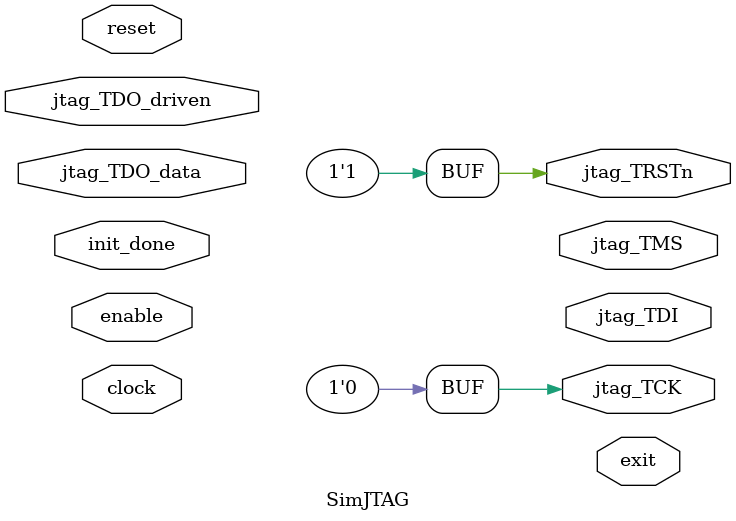
<source format=v>
`ifdef SIM_USE_DPIC
import "DPI-C" function int jtag_tick
(
 output bit jtag_TCK,
 output bit jtag_TMS,
 output bit jtag_TDI,
 output bit jtag_TRSTn,
 input bit  jtag_TDO
);
`endif

module SimJTAG #(
                 parameter TICK_DELAY = 50
                 )(

                   input         clock,
                   input         reset,

                   input         enable,
                   input         init_done,

                   output        jtag_TCK,
                   output        jtag_TMS,
                   output        jtag_TDI,
                   output        jtag_TRSTn,

                   input         jtag_TDO_data,
                   input         jtag_TDO_driven,

                   output [31:0] exit
                   );

`ifdef SIM_USE_DPIC
   reg [31:0]                    tickCounterReg;
   wire [31:0]                   tickCounterNxt;

   assign tickCounterNxt = (tickCounterReg == 0) ? TICK_DELAY :  (tickCounterReg - 1);

   bit          r_reset;

   wire [31:0]  random_bits = $random;

   wire         #0.1 __jtag_TDO = jtag_TDO_driven ?
                jtag_TDO_data : random_bits[0];

   bit          __jtag_TCK;
   bit          __jtag_TMS;
   bit          __jtag_TDI;
   bit          __jtag_TRSTn;
   int          __exit;

   reg          init_done_sticky;

   assign #0.1 jtag_TCK   = __jtag_TCK;
   assign #0.1 jtag_TMS   = __jtag_TMS;
   assign #0.1 jtag_TDI   = __jtag_TDI;
   assign #0.1 jtag_TRSTn = __jtag_TRSTn;

   assign #0.1 exit = __exit;

   always @(posedge clock) begin
      r_reset <= reset;
      if (reset || r_reset) begin
         __exit = 0;
         tickCounterReg <= TICK_DELAY;
         init_done_sticky <= 1'b0;
         __jtag_TCK = !__jtag_TCK;
      end else begin
         init_done_sticky <= init_done | init_done_sticky;
         if (enable && init_done_sticky) begin
            tickCounterReg <= tickCounterNxt;
            if (tickCounterReg == 0) begin
               __exit = jtag_tick(
                                  __jtag_TCK,
                                  __jtag_TMS,
                                  __jtag_TDI,
                                  __jtag_TRSTn,
                                  __jtag_TDO);
            end
         end // if (enable && init_done_sticky)
      end // else: !if(reset || r_reset)
   end // always @ (posedge clock)
`else
   assign jtag_TCK = 0;
   assign jtag_TRSTn = 1;
`endif // SIM_USE_DPIC

endmodule


</source>
